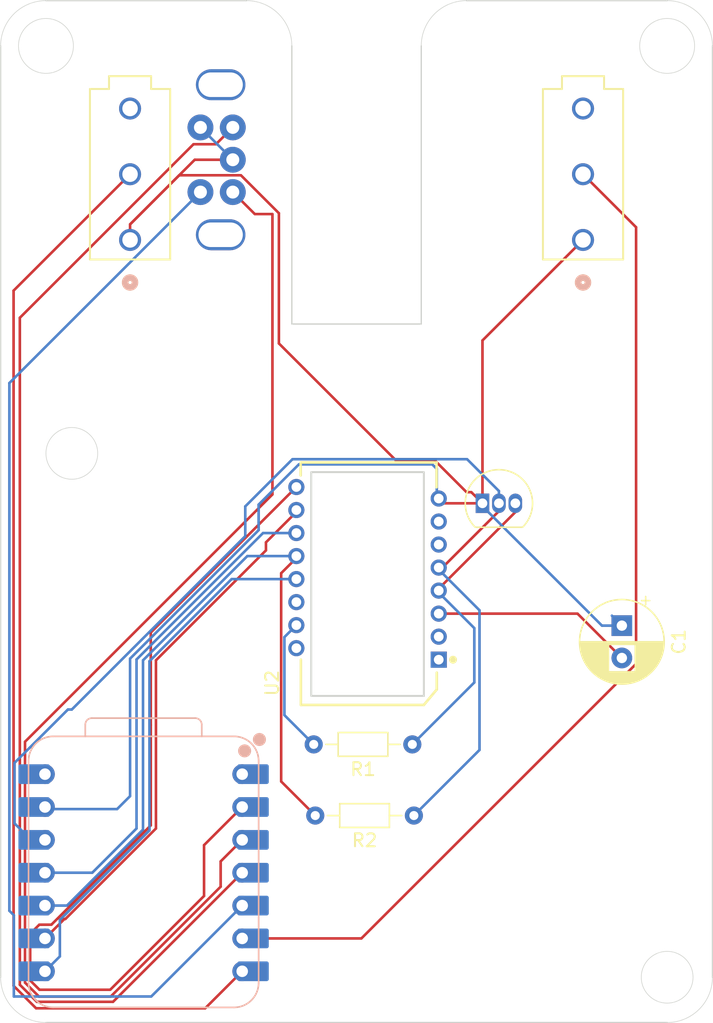
<source format=kicad_pcb>
(kicad_pcb (version 20240108) (generator "pcbnew") (generator_version "8.0")
  (layers (0 "F.Cu" signal) (31 "B.Cu" signal) (34 "B.Paste" user) (35 "F.Paste" user) (36 "B.SilkS" user "B.Silkscreen") (37 "F.SilkS" user "F.Silkscreen") (38 "B.Mask" user) (39 "F.Mask" user) (44 "Edge.Cuts" user))
  (net 0 "")
  (net 1 "MOSI")
  (net 2 "GND")
  (net 3 "CS")
  (net 4 "SCLK")
  (net 5 "ScrollB")
  (net 6 "RMB")
  (net 7 "MMB")
  (net 8 "MOTION")
  (net 9 "3v3")
  (net 10 "MISO")
  (net 11 "LMB")
  (net 12 "ScrollA")
  (net 15 "Net-(U2-LED_P)")
  (net 19 "Net-(U2-VDDPIX)")
  (net 20 "1v8")
  (footprint "mouselib:D2F-01L_OMR" (layer "F.Cu") (at 90 53.5 90)
    (property "Reference" "SW2" (hide yes))
    (property "Value" "D2F-01L" (hide yes))
    (fp_circle (center -3.2893 0) (end -2.9083 0) (stroke (width 0.508)) (fill none) (layer "B.SilkS"))
    (fp_line (start 11.6713 -3.0988) (end -1.5113 -3.0988) (stroke (width 0.1524)) (layer "F.SilkS"))
    (fp_line (start -1.5113 -3.0988) (end -1.5113 3.0988) (stroke (width 0.1524)) (layer "F.SilkS"))
    (fp_line (start 12.6619 -1.6256) (end 11.6713 -1.6256) (stroke (width 0.1524)) (layer "F.SilkS"))
    (fp_line (start 11.6713 -1.6256) (end 11.6713 -3.0988) (stroke (width 0.1524)) (layer "F.SilkS"))
    (fp_line (start 12.6619 1.6256) (end 12.6619 -1.6256) (stroke (width 0.1524)) (layer "F.SilkS"))
    (fp_line (start 11.6713 1.6256) (end 12.6619 1.6256) (stroke (width 0.1524)) (layer "F.SilkS"))
    (fp_line (start 11.6713 3.0988) (end 11.6713 1.6256) (stroke (width 0.1524)) (layer "F.SilkS"))
    (fp_line (start -1.5113 3.0988) (end 11.6713 3.0988) (stroke (width 0.1524)) (layer "F.SilkS"))
    (fp_circle (center -3.2893 0) (end -2.9083 0) (stroke (width 0.508)) (fill none) (layer "F.SilkS"))
    (pad "1" thru_hole circle (at 0 0 90) (size 1.7018 1.7018) (drill 1.1938) (layers "*.Cu" "*.Mask") (net 2 "GND"))
    (pad "2" thru_hole circle (at 5.08 0 90) (size 1.7018 1.7018) (drill 1.1938) (layers "*.Cu" "*.Mask") (net 6 "RMB"))
    (pad "3" thru_hole circle (at 10.16 0 90) (size 1.7018 1.7018) (drill 1.1938) (layers "*.Cu" "*.Mask"))
  )
  (footprint "Package_TO_SOT_THT:TO-92_Inline" (layer "F.Cu") (at 82.23 73.86)
    (property "Reference" "U3" (hide yes))
    (property "Value" "MCP1700x-180xxTO" (hide yes))
    (fp_line (start -0.53 1.85) (end 3.07 1.85) (stroke (width 0.12)) (layer "F.SilkS"))
    (fp_arc (start -0.568478 1.838478) (mid -1.132087 -0.994977) (end 1.27 -2.6) (stroke (width 0.12)) (layer "F.SilkS"))
    (fp_arc (start 1.27 -2.6) (mid 3.672087 -0.994977) (end 3.108478 1.838478) (stroke (width 0.12)) (layer "F.SilkS"))
    (pad "1" thru_hole rect (at 0 0) (size 1.05 1.5) (drill 0.75) (layers "*.Cu" "*.Mask") (net 2 "GND"))
    (pad "2" thru_hole oval (at 1.27 0) (size 1.05 1.5) (drill 0.75) (layers "*.Cu" "*.Mask") (net 9 "3v3"))
    (pad "3" thru_hole oval (at 2.54 0) (size 1.05 1.5) (drill 0.75) (layers "*.Cu" "*.Mask") (net 20 "1v8"))
  )
  (footprint "Resistor_THT:R_Axial_DIN0204_L3.6mm_D1.6mm_P7.62mm_Horizontal" (layer "F.Cu") (at 76.93 98 180)
    (property "Reference" "R2" (at 3.81 -1.92 0) (layer "F.SilkS"))
    (property "Value" "10k")
    (fp_line (start 6.68 0) (end 5.73 0) (stroke (width 0.12)) (layer "F.SilkS"))
    (fp_line (start 5.73 0.92) (end 5.73 -0.92) (stroke (width 0.12)) (layer "F.SilkS"))
    (fp_line (start 5.73 -0.92) (end 1.89 -0.92) (stroke (width 0.12)) (layer "F.SilkS"))
    (fp_line (start 1.89 0.92) (end 5.73 0.92) (stroke (width 0.12)) (layer "F.SilkS"))
    (fp_line (start 1.89 -0.92) (end 1.89 0.92) (stroke (width 0.12)) (layer "F.SilkS"))
    (fp_line (start 0.94 0) (end 1.89 0) (stroke (width 0.12)) (layer "F.SilkS"))
    (pad "1" thru_hole circle (at 0 0 180) (size 1.4 1.4) (drill 0.7) (layers "*.Cu" "*.Mask") (net 9 "3v3"))
    (pad "2" thru_hole oval (at 7.62 0 180) (size 1.4 1.4) (drill 0.7) (layers "*.Cu" "*.Mask") (net 10 "MISO"))
  )
  (footprint "mouselib:PMW3360DM-T2QU 16Pin" (layer "F.Cu") (at 73.35 79.782 90)
    (property "Reference" "U2" (at -7.9756 -7.366 90) (layer "F.SilkS"))
    (property "Value" "PMW3360DM-T2QU")
    (fp_line (start 9.0772 -5.166) (end 8.0772 -5.166) (stroke (width 0.2)) (layer "F.SilkS"))
    (fp_line (start 9.0772 -5.166) (end 9.0772 5.334) (stroke (width 0.2)) (layer "F.SilkS"))
    (fp_line (start -9.668 -5.15) (end -6.168 -5.15) (stroke (width 0.2)) (layer "F.SilkS"))
    (fp_line (start -9.668 4.35) (end -9.668 -5.15) (stroke (width 0.2)) (layer "F.SilkS"))
    (fp_line (start 9.0772 5.334) (end 7.1628 5.334) (stroke (width 0.2)) (layer "F.SilkS"))
    (fp_line (start -7.168 5.35) (end -8.468 5.35) (stroke (width 0.2)) (layer "F.SilkS"))
    (fp_line (start -8.468 5.35) (end -9.668 4.35) (stroke (width 0.2)) (layer "F.SilkS"))
    (fp_circle (center -6.168 6.604) (end -6.168 6.604) (stroke (width 0.61)) (fill solid) (layer "F.SilkS"))
    (fp_rect (start -8.968 4.35) (end 8.332 -4.35) (stroke (width 0.15)) (fill none) (layer "Edge.Cuts"))
    (pad "1" thru_hole rect (at -6.168 5.5 90) (size 1.25 1.25) (drill 0.75) (layers "*.Cu" "*.Mask"))
    (pad "2" thru_hole oval (at -4.388 5.5 90) (size 1.25 1.25) (drill 0.75) (layers "*.Cu" "*.Mask"))
    (pad "3" thru_hole oval (at -2.608 5.5 90) (size 1.25 1.25) (drill 0.75) (layers "*.Cu" "*.Mask") (net 19 "Net-(U2-VDDPIX)"))
    (pad "4" thru_hole oval (at -0.828 5.5 90) (size 1.25 1.25) (drill 0.75) (layers "*.Cu" "*.Mask") (net 20 "1v8"))
    (pad "5" thru_hole oval (at 0.952 5.5 90) (size 1.25 1.25) (drill 0.75) (layers "*.Cu" "*.Mask") (net 9 "3v3"))
    (pad "6" thru_hole oval (at 2.732 5.5 90) (size 1.25 1.25) (drill 0.75) (layers "*.Cu" "*.Mask"))
    (pad "7" thru_hole oval (at 4.512 5.5 90) (size 1.25 1.25) (drill 0.75) (layers "*.Cu" "*.Mask"))
    (pad "8" thru_hole oval (at 6.292 5.5 90) (size 1.25 1.25) (drill 0.75) (layers "*.Cu" "*.Mask") (net 2 "GND"))
    (pad "9" thru_hole oval (at 7.182 -5.5 90) (size 1.25 1.25) (drill 0.75) (layers "*.Cu" "*.Mask") (net 8 "MOTION"))
    (pad "10" thru_hole oval (at 5.402 -5.5 90) (size 1.25 1.25) (drill 0.75) (layers "*.Cu" "*.Mask") (net 4 "SCLK"))
    (pad "11" thru_hole oval (at 3.622 -5.5 90) (size 1.25 1.25) (drill 0.75) (layers "*.Cu" "*.Mask") (net 1 "MOSI"))
    (pad "12" thru_hole oval (at 1.842 -5.5 90) (size 1.25 1.25) (drill 0.75) (layers "*.Cu" "*.Mask") (net 10 "MISO"))
    (pad "13" thru_hole oval (at 0.062 -5.5 90) (size 1.25 1.25) (drill 0.75) (layers "*.Cu" "*.Mask") (net 3 "CS"))
    (pad "14" thru_hole oval (at -1.718 -5.5 90) (size 1.25 1.25) (drill 0.75) (layers "*.Cu" "*.Mask"))
    (pad "15" thru_hole oval (at -3.498 -5.5 90) (size 1.25 1.25) (drill 0.75) (layers "*.Cu" "*.Mask") (net 15 "Net-(U2-LED_P)"))
    (pad "16" thru_hole oval (at -5.278 -5.5 90) (size 1.25 1.25) (drill 0.75) (layers "*.Cu" "*.Mask"))
  )
  (footprint "mouselib:D2F-01L_OMR" (layer "F.Cu") (at 55 53.5 90)
    (property "Reference" "SW5" (hide yes))
    (property "Value" "D2F-01L" (hide yes))
    (fp_circle (center -3.2893 0) (end -2.9083 0) (stroke (width 0.508)) (fill none) (layer "B.SilkS"))
    (fp_line (start 11.6713 -3.0988) (end -1.5113 -3.0988) (stroke (width 0.1524)) (layer "F.SilkS"))
    (fp_line (start -1.5113 -3.0988) (end -1.5113 3.0988) (stroke (width 0.1524)) (layer "F.SilkS"))
    (fp_line (start 12.6619 -1.6256) (end 11.6713 -1.6256) (stroke (width 0.1524)) (layer "F.SilkS"))
    (fp_line (start 11.6713 -1.6256) (end 11.6713 -3.0988) (stroke (width 0.1524)) (layer "F.SilkS"))
    (fp_line (start 12.6619 1.6256) (end 12.6619 -1.6256) (stroke (width 0.1524)) (layer "F.SilkS"))
    (fp_line (start 11.6713 1.6256) (end 12.6619 1.6256) (stroke (width 0.1524)) (layer "F.SilkS"))
    (fp_line (start 11.6713 3.0988) (end 11.6713 1.6256) (stroke (width 0.1524)) (layer "F.SilkS"))
    (fp_line (start -1.5113 3.0988) (end 11.6713 3.0988) (stroke (width 0.1524)) (layer "F.SilkS"))
    (fp_circle (center -3.2893 0) (end -2.9083 0) (stroke (width 0.508)) (fill none) (layer "F.SilkS"))
    (pad "1" thru_hole circle (at 0 0 90) (size 1.7018 1.7018) (drill 1.1938) (layers "*.Cu" "*.Mask") (net 2 "GND"))
    (pad "2" thru_hole circle (at 5.08 0 90) (size 1.7018 1.7018) (drill 1.1938) (layers "*.Cu" "*.Mask") (net 11 "LMB"))
    (pad "3" thru_hole circle (at 10.16 0 90) (size 1.7018 1.7018) (drill 1.1938) (layers "*.Cu" "*.Mask"))
  )
  (footprint "Capacitor_THT:CP_Radial_D6.3mm_P2.50mm" (layer "F.Cu") (at 93 83.317621 -90)
    (property "Reference" "C1" (at 1.25 -4.4 90) (layer "F.SilkS"))
    (property "Value" "4.7u" (hide yes))
    (fp_line (start 1.49 1.04) (end 1.49 3.222) (stroke (width 0.12)) (layer "F.SilkS"))
    (fp_line (start 1.53 1.04) (end 1.53 3.218) (stroke (width 0.12)) (layer "F.SilkS"))
    (fp_line (start 1.57 1.04) (end 1.57 3.215) (stroke (width 0.12)) (layer "F.SilkS"))
    (fp_line (start 1.61 1.04) (end 1.61 3.211) (stroke (width 0.12)) (layer "F.SilkS"))
    (fp_line (start 1.65 1.04) (end 1.65 3.206) (stroke (width 0.12)) (layer "F.SilkS"))
    (fp_line (start 1.69 1.04) (end 1.69 3.201) (stroke (width 0.12)) (layer "F.SilkS"))
    (fp_line (start 1.73 1.04) (end 1.73 3.195) (stroke (width 0.12)) (layer "F.SilkS"))
    (fp_line (start 1.77 1.04) (end 1.77 3.189) (stroke (width 0.12)) (layer "F.SilkS"))
    (fp_line (start 1.81 1.04) (end 1.81 3.182) (stroke (width 0.12)) (layer "F.SilkS"))
    (fp_line (start 1.85 1.04) (end 1.85 3.175) (stroke (width 0.12)) (layer "F.SilkS"))
    (fp_line (start 1.89 1.04) (end 1.89 3.167) (stroke (width 0.12)) (layer "F.SilkS"))
    (fp_line (start 1.93 1.04) (end 1.93 3.159) (stroke (width 0.12)) (layer "F.SilkS"))
    (fp_line (start 1.971 1.04) (end 1.971 3.15) (stroke (width 0.12)) (layer "F.SilkS"))
    (fp_line (start 2.011 1.04) (end 2.011 3.141) (stroke (width 0.12)) (layer "F.SilkS"))
    (fp_line (start 2.051 1.04) (end 2.051 3.131) (stroke (width 0.12)) (layer "F.SilkS"))
    (fp_line (start 2.091 1.04) (end 2.091 3.121) (stroke (width 0.12)) (layer "F.SilkS"))
    (fp_line (start 2.131 1.04) (end 2.131 3.11) (stroke (width 0.12)) (layer "F.SilkS"))
    (fp_line (start 2.171 1.04) (end 2.171 3.098) (stroke (width 0.12)) (layer "F.SilkS"))
    (fp_line (start 2.211 1.04) (end 2.211 3.086) (stroke (width 0.12)) (layer "F.SilkS"))
    (fp_line (start 2.251 1.04) (end 2.251 3.074) (stroke (width 0.12)) (layer "F.SilkS"))
    (fp_line (start 2.291 1.04) (end 2.291 3.061) (stroke (width 0.12)) (layer "F.SilkS"))
    (fp_line (start 2.331 1.04) (end 2.331 3.047) (stroke (width 0.12)) (layer "F.SilkS"))
    (fp_line (start 2.371 1.04) (end 2.371 3.033) (stroke (width 0.12)) (layer "F.SilkS"))
    (fp_line (start 2.411 1.04) (end 2.411 3.018) (stroke (width 0.12)) (layer "F.SilkS"))
    (fp_line (start 2.451 1.04) (end 2.451 3.002) (stroke (width 0.12)) (layer "F.SilkS"))
    (fp_line (start 2.491 1.04) (end 2.491 2.986) (stroke (width 0.12)) (layer "F.SilkS"))
    (fp_line (start 2.531 1.04) (end 2.531 2.97) (stroke (width 0.12)) (layer "F.SilkS"))
    (fp_line (start 2.571 1.04) (end 2.571 2.952) (stroke (width 0.12)) (layer "F.SilkS"))
    (fp_line (start 2.611 1.04) (end 2.611 2.934) (stroke (width 0.12)) (layer "F.SilkS"))
    (fp_line (start 2.651 1.04) (end 2.651 2.916) (stroke (width 0.12)) (layer "F.SilkS"))
    (fp_line (start 2.691 1.04) (end 2.691 2.896) (stroke (width 0.12)) (layer "F.SilkS"))
    (fp_line (start 2.731 1.04) (end 2.731 2.876) (stroke (width 0.12)) (layer "F.SilkS"))
    (fp_line (start 2.771 1.04) (end 2.771 2.856) (stroke (width 0.12)) (layer "F.SilkS"))
    (fp_line (start 2.811 1.04) (end 2.811 2.834) (stroke (width 0.12)) (layer "F.SilkS"))
    (fp_line (start 2.851 1.04) (end 2.851 2.812) (stroke (width 0.12)) (layer "F.SilkS"))
    (fp_line (start 2.891 1.04) (end 2.891 2.79) (stroke (width 0.12)) (layer "F.SilkS"))
    (fp_line (start 2.931 1.04) (end 2.931 2.766) (stroke (width 0.12)) (layer "F.SilkS"))
    (fp_line (start 2.971 1.04) (end 2.971 2.742) (stroke (width 0.12)) (layer "F.SilkS"))
    (fp_line (start 3.011 1.04) (end 3.011 2.716) (stroke (width 0.12)) (layer "F.SilkS"))
    (fp_line (start 3.051 1.04) (end 3.051 2.69) (stroke (width 0.12)) (layer "F.SilkS"))
    (fp_line (start 3.091 1.04) (end 3.091 2.664) (stroke (width 0.12)) (layer "F.SilkS"))
    (fp_line (start 3.131 1.04) (end 3.131 2.636) (stroke (width 0.12)) (layer "F.SilkS"))
    (fp_line (start 3.171 1.04) (end 3.171 2.607) (stroke (width 0.12)) (layer "F.SilkS"))
    (fp_line (start 3.211 1.04) (end 3.211 2.578) (stroke (width 0.12)) (layer "F.SilkS"))
    (fp_line (start 3.251 1.04) (end 3.251 2.548) (stroke (width 0.12)) (layer "F.SilkS"))
    (fp_line (start 3.291 1.04) (end 3.291 2.516) (stroke (width 0.12)) (layer "F.SilkS"))
    (fp_line (start 3.331 1.04) (end 3.331 2.484) (stroke (width 0.12)) (layer "F.SilkS"))
    (fp_line (start 3.371 1.04) (end 3.371 2.45) (stroke (width 0.12)) (layer "F.SilkS"))
    (fp_line (start 3.411 1.04) (end 3.411 2.416) (stroke (width 0.12)) (layer "F.SilkS"))
    (fp_line (start 3.451 1.04) (end 3.451 2.38) (stroke (width 0.12)) (layer "F.SilkS"))
    (fp_line (start 3.491 1.04) (end 3.491 2.343) (stroke (width 0.12)) (layer "F.SilkS"))
    (fp_line (start 3.531 1.04) (end 3.531 2.305) (stroke (width 0.12)) (layer "F.SilkS"))
    (fp_line (start 4.491 -0.402) (end 4.491 0.402) (stroke (width 0.12)) (layer "F.SilkS"))
    (fp_line (start 4.451 -0.633) (end 4.451 0.633) (stroke (width 0.12)) (layer "F.SilkS"))
    (fp_line (start 4.411 -0.802) (end 4.411 0.802) (stroke (width 0.12)) (layer "F.SilkS"))
    (fp_line (start 4.371 -0.94) (end 4.371 0.94) (stroke (width 0.12)) (layer "F.SilkS"))
    (fp_line (start 4.331 -1.059) (end 4.331 1.059) (stroke (width 0.12)) (layer "F.SilkS"))
    (fp_line (start 4.291 -1.165) (end 4.291 1.165) (stroke (width 0.12)) (layer "F.SilkS"))
    (fp_line (start 4.251 -1.262) (end 4.251 1.262) (stroke (width 0.12)) (layer "F.SilkS"))
    (fp_line (start 4.211 -1.35) (end 4.211 1.35) (stroke (width 0.12)) (layer "F.SilkS"))
    (fp_line (start 4.171 -1.432) (end 4.171 1.432) (stroke (width 0.12)) (layer "F.SilkS"))
    (fp_line (start 4.131 -1.509) (end 4.131 1.509) (stroke (width 0.12)) (layer "F.SilkS"))
    (fp_line (start 4.091 -1.581) (end 4.091 1.581) (stroke (width 0.12)) (layer "F.SilkS"))
    (fp_line (start 4.051 -1.65) (end 4.051 1.65) (stroke (width 0.12)) (layer "F.SilkS"))
    (fp_line (start 4.011 -1.714) (end 4.011 1.714) (stroke (width 0.12)) (layer "F.SilkS"))
    (fp_line (start 3.971 -1.776) (end 3.971 1.776) (stroke (width 0.12)) (layer "F.SilkS"))
    (fp_line (start 3.931 -1.834) (end 3.931 1.834) (stroke (width 0.12)) (layer "F.SilkS"))
    (fp_line (start -2.250241 -1.839) (end -1.620241 -1.839) (stroke (width 0.12)) (layer "F.SilkS"))
    (fp_line (start 3.891 -1.89) (end 3.891 1.89) (stroke (width 0.12)) (layer "F.SilkS"))
    (fp_line (start 3.851 -1.944) (end 3.851 1.944) (stroke (width 0.12)) (layer "F.SilkS"))
    (fp_line (start 3.811 -1.995) (end 3.811 1.995) (stroke (width 0.12)) (layer "F.SilkS"))
    (fp_line (start 3.771 -2.044) (end 3.771 2.044) (stroke (width 0.12)) (layer "F.SilkS"))
    (fp_line (start 3.731 -2.092) (end 3.731 2.092) (stroke (width 0.12)) (layer "F.SilkS"))
    (fp_line (start 3.691 -2.137) (end 3.691 2.137) (stroke (width 0.12)) (layer "F.SilkS"))
    (fp_line (start -1.935241 -2.154) (end -1.935241 -1.524) (stroke (width 0.12)) (layer "F.SilkS"))
    (fp_line (start 3.651 -2.182) (end 3.651 2.182) (stroke (width 0.12)) (layer "F.SilkS"))
    (fp_line (start 3.611 -2.224) (end 3.611 2.224) (stroke (width 0.12)) (layer "F.SilkS"))
    (fp_line (start 3.571 -2.265) (end 3.571 2.265) (stroke (width 0.12)) (layer "F.SilkS"))
    (fp_line (start 3.531 -2.305) (end 3.531 -1.04) (stroke (width 0.12)) (layer "F.SilkS"))
    (fp_line (start 3.491 -2.343) (end 3.491 -1.04) (stroke (width 0.12)) (layer "F.SilkS"))
    (fp_line (start 3.451 -2.38) (end 3.451 -1.04) (stroke (width 0.12)) (layer "F.SilkS"))
    (fp_line (start 3.411 -2.416) (end 3.411 -1.04) (stroke (width 0.12)) (layer "F.SilkS"))
    (fp_line (start 3.371 -2.45) (end 3.371 -1.04) (stroke (width 0.12)) (layer "F.SilkS"))
    (fp_line (start 3.331 -2.484) (end 3.331 -1.04) (stroke (width 0.12)) (layer "F.SilkS"))
    (fp_line (start 3.291 -2.516) (end 3.291 -1.04) (stroke (width 0.12)) (layer "F.SilkS"))
    (fp_line (start 3.251 -2.548) (end 3.251 -1.04) (stroke (width 0.12)) (layer "F.SilkS"))
    (fp_line (start 3.211 -2.578) (end 3.211 -1.04) (stroke (width 0.12)) (layer "F.SilkS"))
    (fp_line (start 3.171 -2.607) (end 3.171 -1.04) (stroke (width 0.12)) (layer "F.SilkS"))
    (fp_line (start 3.131 -2.636) (end 3.131 -1.04) (stroke (width 0.12)) (layer "F.SilkS"))
    (fp_line (start 3.091 -2.664) (end 3.091 -1.04) (stroke (width 0.12)) (layer "F.SilkS"))
    (fp_line (start 3.051 -2.69) (end 3.051 -1.04) (stroke (width 0.12)) (layer "F.SilkS"))
    (fp_line (start 3.011 -2.716) (end 3.011 -1.04) (stroke (width 0.12)) (layer "F.SilkS"))
    (fp_line (start 2.971 -2.742) (end 2.971 -1.04) (stroke (width 0.12)) (layer "F.SilkS"))
    (fp_line (start 2.931 -2.766) (end 2.931 -1.04) (stroke (width 0.12)) (layer "F.SilkS"))
    (fp_line (start 2.891 -2.79) (end 2.891 -1.04) (stroke (width 0.12)) (layer "F.SilkS"))
    (fp_line (start 2.851 -2.812) (end 2.851 -1.04) (stroke (width 0.12)) (layer "F.SilkS"))
    (fp_line (start 2.811 -2.834) (end 2.811 -1.04) (stroke (width 0.12)) (layer "F.SilkS"))
    (fp_line (start 2.771 -2.856) (end 2.771 -1.04) (stroke (width 0.12)) (layer "F.SilkS"))
    (fp_line (start 2.731 -2.876) (end 2.731 -1.04) (stroke (width 0.12)) (layer "F.SilkS"))
    (fp_line (start 2.691 -2.896) (end 2.691 -1.04) (stroke (width 0.12)) (layer "F.SilkS"))
    (fp_line (start 2.651 -2.916) (end 2.651 -1.04) (stroke (width 0.12)) (layer "F.SilkS"))
    (fp_line (start 2.611 -2.934) (end 2.611 -1.04) (stroke (width 0.12)) (layer "F.SilkS"))
    (fp_line (start 2.571 -2.952) (end 2.571 -1.04) (stroke (width 0.12)) (layer "F.SilkS"))
    (fp_line (start 2.531 -2.97) (end 2.531 -1.04) (stroke (width 0.12)) (layer "F.SilkS"))
    (fp_line (start 2.491 -2.986) (end 2.491 -1.04) (stroke (width 0.12)) (layer "F.SilkS"))
    (fp_line (start 2.451 -3.002) (end 2.451 -1.04) (stroke (width 0.12)) (layer "F.SilkS"))
    (fp_line (start 2.411 -3.018) (end 2.411 -1.04) (stroke (width 0.12)) (layer "F.SilkS"))
    (fp_line (start 2.371 -3.033) (end 2.371 -1.04) (stroke (width 0.12)) (layer "F.SilkS"))
    (fp_line (start 2.331 -3.047) (end 2.331 -1.04) (stroke (width 0.12)) (layer "F.SilkS"))
    (fp_line (start 2.291 -3.061) (end 2.291 -1.04) (stroke (width 0.12)) (layer "F.SilkS"))
    (fp_line (start 2.251 -3.074) (end 2.251 -1.04) (stroke (width 0.12)) (layer "F.SilkS"))
    (fp_line (start 2.211 -3.086) (end 2.211 -1.04) (stroke (width 0.12)) (layer "F.SilkS"))
    (fp_line (start 2.171 -3.098) (end 2.171 -1.04) (stroke (width 0.12)) (layer "F.SilkS"))
    (fp_line (start 2.131 -3.11) (end 2.131 -1.04) (stroke (width 0.12)) (layer "F.SilkS"))
    (fp_line (start 2.091 -3.121) (end 2.091 -1.04) (stroke (width 0.12)) (layer "F.SilkS"))
    (fp_line (start 2.051 -3.131) (end 2.051 -1.04) (stroke (width 0.12)) (layer "F.SilkS"))
    (fp_line (start 2.011 -3.141) (end 2.011 -1.04) (stroke (width 0.12)) (layer "F.SilkS"))
    (fp_line (start 1.971 -3.15) (end 1.971 -1.04) (stroke (width 0.12)) (layer "F.SilkS"))
    (fp_line (start 1.93 -3.159) (end 1.93 -1.04) (stroke (width 0.12)) (layer "F.SilkS"))
    (fp_line (start 1.89 -3.167) (end 1.89 -1.04) (stroke (width 0.12)) (layer "F.SilkS"))
    (fp_line (start 1.85 -3.175) (end 1.85 -1.04) (stroke (width 0.12)) (layer "F.SilkS"))
    (fp_line (start 1.81 -3.182) (end 1.81 -1.04) (stroke (width 0.12)) (layer "F.SilkS"))
    (fp_line (start 1.77 -3.189) (end 1.77 -1.04) (stroke (width 0.12)) (layer "F.SilkS"))
    (fp_line (start 1.73 -3.195) (end 1.73 -1.04) (stroke (width 0.12)) (layer "F.SilkS"))
    (fp_line (start 1.69 -3.201) (end 1.69 -1.04) (stroke (width 0.12)) (layer "F.SilkS"))
    (fp_line (start 1.65 -3.206) (end 1.65 -1.04) (stroke (width 0.12)) (layer "F.SilkS"))
    (fp_line (start 1.61 -3.211) (end 1.61 -1.04) (stroke (width 0.12)) (layer "F.SilkS"))
    (fp_line (start 1.57 -3.215) (end 1.57 -1.04) (stroke (width 0.12)) (layer "F.SilkS"))
    (fp_line (start 1.53 -3.218) (end 1.53 -1.04) (stroke (width 0.12)) (layer "F.SilkS"))
    (fp_line (start 1.49 -3.222) (end 1.49 -1.04) (stroke (width 0.12)) (layer "F.SilkS"))
    (fp_line (start 1.45 -3.224) (end 1.45 3.224) (stroke (width 0.12)) (layer "F.SilkS"))
    (fp_line (start 1.41 -3.227) (end 1.41 3.227) (stroke (width 0.12)) (layer "F.SilkS"))
    (fp_line (start 1.37 -3.228) (end 1.37 3.228) (stroke (width 0.12)) (layer "F.SilkS"))
    (fp_line (start 1.25 -3.23) (end 1.25 3.23) (stroke (width 0.12)) (layer "F.SilkS"))
    (fp_line (start 1.29 -3.23) (end 1.29 3.23) (stroke (width 0.12)) (layer "F.SilkS"))
    (fp_line (start 1.33 -3.23) (end 1.33 3.23) (stroke (width 0.12)) (layer "F.SilkS"))
    (fp_circle (center 1.25 0) (end 4.52 0) (stroke (width 0.12)) (fill none) (layer "F.SilkS"))
    (pad "1" thru_hole rect (at 0 0 270) (size 1.6 1.6) (drill 0.8) (layers "*.Cu" "*.Mask") (net 2 "GND"))
    (pad "2" thru_hole circle (at 2.5 0 270) (size 1.6 1.6) (drill 0.8) (layers "*.Cu" "*.Mask") (net 19 "Net-(U2-VDDPIX)"))
  )
  (footprint "Resistor_THT:R_Axial_DIN0204_L3.6mm_D1.6mm_P7.62mm_Horizontal" (layer "F.Cu") (at 76.81 92.5 180)
    (property "Reference" "R1" (at 3.81 -1.92 0) (layer "F.SilkS"))
    (property "Value" "39")
    (fp_line (start 6.68 0) (end 5.73 0) (stroke (width 0.12)) (layer "F.SilkS"))
    (fp_line (start 5.73 0.92) (end 5.73 -0.92) (stroke (width 0.12)) (layer "F.SilkS"))
    (fp_line (start 5.73 -0.92) (end 1.89 -0.92) (stroke (width 0.12)) (layer "F.SilkS"))
    (fp_line (start 1.89 0.92) (end 5.73 0.92) (stroke (width 0.12)) (layer "F.SilkS"))
    (fp_line (start 1.89 -0.92) (end 1.89 0.92) (stroke (width 0.12)) (layer "F.SilkS"))
    (fp_line (start 0.94 0) (end 1.89 0) (stroke (width 0.12)) (layer "F.SilkS"))
    (pad "1" thru_hole circle (at 0 0 180) (size 1.4 1.4) (drill 0.7) (layers "*.Cu" "*.Mask") (net 20 "1v8"))
    (pad "2" thru_hole oval (at 7.62 0 180) (size 1.4 1.4) (drill 0.7) (layers "*.Cu" "*.Mask") (net 15 "Net-(U2-LED_P)"))
  )
  (footprint "jhggjhgjjhgjghgjhgjhjhgghjgjh:RotaryEncoder_EC11B-Horizontal-Dual" (layer "F.Cu") (at 61.6875 47.3 90)
    (property "Reference" "SW1" (hide yes))
    (property "Value" "RotaryEncoder_Switch" (hide yes))
    (pad "" thru_hole oval (at -5.8 0.3125 90) (size 2.4 3.825) (drill oval 1.9 3.425) (layers "*.Cu" "*.Mask"))
    (pad "" thru_hole oval (at 5.8 0.3125 90) (size 2.4 3.825) (drill oval 1.9 3.425) (layers "*.Cu" "*.Mask"))
    (pad "A" thru_hole circle (at -2.5 1.25 90) (size 2 2) (drill 1) (layers "*.Cu" "*.Mask") (net 12 "ScrollA"))
    (pad "B" thru_hole circle (at 2.5 1.25 90) (size 2 2) (drill 1) (layers "*.Cu" "*.Mask") (net 5 "ScrollB"))
    (pad "C" thru_hole circle (at 0 1.25 90) (size 2 2) (drill 1) (layers "*.Cu" "*.Mask") (net 2 "GND"))
    (pad "S1" thru_hole circle (at -2.5 -1.25 90) (size 2 2) (drill 1) (layers "*.Cu" "*.Mask") (net 7 "MMB"))
    (pad "S2" thru_hole circle (at 2.5 -1.25 90) (size 2 2) (drill 1) (layers "*.Cu" "*.Mask") (net 2 "GND"))
  )
  (footprint "mouselib:XIAO-RP2040-DIP" (layer "B.Cu") (at 56.045 102.42 180)
    (property "Reference" "U1" (hide yes))
    (property "Value" "XIAO-RP2040-DIP" (hide yes))
    (fp_line (start 8.89 8.636) (end 8.89 -8.509) (stroke (width 0.127)) (layer "B.SilkS"))
    (fp_line (start 6.985 -10.414) (end -6.985 -10.414) (stroke (width 0.127)) (layer "B.SilkS"))
    (fp_line (start 4.504 10.541) (end 4.504 11.451) (stroke (width 0.127)) (layer "B.SilkS"))
    (fp_line (start 4.004 11.951) (end -3.991272 11.951) (stroke (width 0.127)) (layer "B.SilkS"))
    (fp_line (start -4.491272 11.451272) (end -4.495 10.541) (stroke (width 0.127)) (layer "B.SilkS"))
    (fp_line (start -6.985 10.541) (end 6.985 10.541) (stroke (width 0.1)) (layer "B.SilkS"))
    (fp_line (start -6.985 10.541) (end 6.985 10.541) (stroke (width 0.127)) (layer "B.SilkS"))
    (fp_line (start -8.89 8.636) (end -8.89 -8.509) (stroke (width 0.127)) (layer "B.SilkS"))
    (fp_arc (start 8.89 8.636) (mid 8.332038 9.983038) (end 6.985 10.541) (stroke (width 0.127)) (layer "B.SilkS"))
    (fp_arc (start 6.985 -10.414) (mid 8.332038 -9.856038) (end 8.89 -8.509) (stroke (width 0.127)) (layer "B.SilkS"))
    (fp_arc (start 4.504 11.451) (mid 4.357553 11.804553) (end 4.004 11.951) (stroke (width 0.127)) (layer "B.SilkS"))
    (fp_arc (start -3.991272 11.951) (mid -4.344724 11.804644) (end -4.491272 11.451272) (stroke (width 0.127)) (layer "B.SilkS"))
    (fp_arc (start -6.985 10.541) (mid -8.332038 9.983038) (end -8.89 8.636) (stroke (width 0.127)) (layer "B.SilkS"))
    (fp_arc (start -8.89 -8.509) (mid -8.332038 -9.856038) (end -6.985 -10.414) (stroke (width 0.127)) (layer "B.SilkS"))
    (fp_circle (center -7.807 9.42) (end -7.807 9.674) (stroke (width 0.5)) (fill solid) (layer "B.SilkS"))
    (fp_circle (center -8.95 10.3) (end -8.95 10.554) (stroke (width 0.5)) (fill solid) (layer "B.SilkS"))
    (pad "1" smd roundrect (at -8.455 7.62) (size 2.432 1.524) (layers "B.Cu" "B.Mask") (roundrect_rratio 0.1))
    (pad "1" thru_hole circle (at -7.62 7.62) (size 1.524 1.524) (drill 0.889) (layers "*.Cu" "*.Mask"))
    (pad "2" smd roundrect (at -8.455 5.08) (size 2.432 1.524) (layers "B.Cu" "B.Mask") (roundrect_rratio 0.1) (net 8 "MOTION"))
    (pad "2" thru_hole circle (at -7.62 5.08) (size 1.524 1.524) (drill 0.889) (layers "*.Cu" "*.Mask") (net 8 "MOTION"))
    (pad "3" smd roundrect (at -8.455 2.54) (size 2.432 1.524) (layers "B.Cu" "B.Mask") (roundrect_rratio 0.1) (net 12 "ScrollA"))
    (pad "3" thru_hole circle (at -7.62 2.54) (size 1.524 1.524) (drill 0.889) (layers "*.Cu" "*.Mask") (net 12 "ScrollA"))
    (pad "4" smd roundrect (at -8.455 0) (size 2.432 1.524) (layers "B.Cu" "B.Mask") (roundrect_rratio 0.1) (net 5 "ScrollB"))
    (pad "4" thru_hole circle (at -7.62 0) (size 1.524 1.524) (drill 0.889) (layers "*.Cu" "*.Mask") (net 5 "ScrollB"))
    (pad "5" smd roundrect (at -8.455 -2.54) (size 2.432 1.524) (layers "B.Cu" "B.Mask") (roundrect_rratio 0.1) (net 7 "MMB"))
    (pad "5" thru_hole circle (at -7.62 -2.54) (size 1.524 1.524) (drill 0.889) (layers "*.Cu" "*.Mask") (net 7 "MMB"))
    (pad "6" smd roundrect (at -8.455 -5.08) (size 2.432 1.524) (layers "B.Cu" "B.Mask") (roundrect_rratio 0.1) (net 6 "RMB"))
    (pad "6" thru_hole circle (at -7.62 -5.08) (size 1.524 1.524) (drill 0.889) (layers "*.Cu" "*.Mask") (net 6 "RMB"))
    (pad "7" smd roundrect (at -8.455 -7.62) (size 2.432 1.524) (layers "B.Cu" "B.Mask") (roundrect_rratio 0.1) (net 11 "LMB"))
    (pad "7" thru_hole circle (at -7.62 -7.62) (size 1.524 1.524) (drill 0.889) (layers "*.Cu" "*.Mask") (net 11 "LMB"))
    (pad "8" thru_hole circle (at 7.62 -7.62 180) (size 1.524 1.524) (drill 0.889) (layers "*.Cu" "*.Mask") (net 3 "CS"))
    (pad "8" smd roundrect (at 8.455 -7.62 180) (size 2.432 1.524) (layers "B.Cu" "B.Mask") (roundrect_rratio 0.1) (net 3 "CS"))
    (pad "9" thru_hole circle (at 7.62 -5.08 180) (size 1.524 1.524) (drill 0.889) (layers "*.Cu" "*.Mask") (net 4 "SCLK"))
    (pad "9" smd roundrect (at 8.455 -5.08 180) (size 2.432 1.524) (layers "B.Cu" "B.Mask") (roundrect_rratio 0.1) (net 4 "SCLK"))
    (pad "10" thru_hole circle (at 7.62 -2.54 180) (size 1.524 1.524) (drill 0.889) (layers "*.Cu" "*.Mask") (net 10 "MISO"))
    (pad "10" smd roundrect (at 8.455 -2.54 180) (size 2.432 1.524) (layers "B.Cu" "B.Mask") (roundrect_rratio 0.1) (net 10 "MISO"))
    (pad "11" thru_hole circle (at 7.62 0 180) (size 1.524 1.524) (drill 0.889) (layers "*.Cu" "*.Mask") (net 1 "MOSI"))
    (pad "11" smd roundrect (at 8.455 0 180) (size 2.432 1.524) (layers "B.Cu" "B.Mask") (roundrect_rratio 0.1) (net 1 "MOSI"))
    (pad "12" thru_hole circle (at 7.62 2.54 180) (size 1.524 1.524) (drill 0.889) (layers "*.Cu" "*.Mask") (net 9 "3v3"))
    (pad "12" smd roundrect (at 8.455 2.54 180) (size 2.432 1.524) (layers "B.Cu" "B.Mask") (roundrect_rratio 0.1) (net 9 "3v3"))
    (pad "13" thru_hole circle (at 7.62 5.08 180) (size 1.524 1.524) (drill 0.889) (layers "*.Cu" "*.Mask") (net 2 "GND"))
    (pad "13" smd roundrect (at 8.455 5.08 180) (size 2.432 1.524) (layers "B.Cu" "B.Mask") (roundrect_rratio 0.1) (net 2 "GND"))
    (pad "14" thru_hole circle (at 7.62 7.62 180) (size 1.524 1.524) (drill 0.889) (layers "*.Cu" "*.Mask"))
    (pad "14" smd roundrect (at 8.455 7.62 180) (size 2.432 1.524) (layers "B.Cu" "B.Mask") (roundrect_rratio 0.1))
  )
  (gr_line (start 48.5 35) (end 64 35) (stroke (width 0.1)) (layer "Edge.Cuts"))
  (gr_line (start 67.5 38.5) (end 67.5 60) (stroke (width 0.1)) (layer "Edge.Cuts"))
  (gr_circle (center 96.5 110.5) (end 96.5 108.5) (stroke (width 0.05)) (fill none) (layer "Edge.Cuts"))
  (gr_line (start 45 110.5) (end 45 38.5) (stroke (width 0.1)) (layer "Edge.Cuts"))
  (gr_arc (start 48.5 114) (mid 46.025126 112.974874) (end 45 110.5) (stroke (width 0.05)) (layer "Edge.Cuts"))
  (gr_line (start 77.5 60) (end 77.5 38.5) (stroke (width 0.1)) (layer "Edge.Cuts"))
  (gr_line (start 100 38.5) (end 100 110.5) (stroke (width 0.1)) (layer "Edge.Cuts"))
  (gr_arc (start 45 38.5) (mid 46.025126 36.025126) (end 48.5 35) (stroke (width 0.05)) (layer "Edge.Cuts"))
  (gr_arc (start 96.5 35) (mid 98.974874 36.025126) (end 100 38.5) (stroke (width 0.05)) (layer "Edge.Cuts"))
  (gr_arc (start 64 35) (mid 66.474874 36.025126) (end 67.5 38.5) (stroke (width 0.05)) (layer "Edge.Cuts"))
  (gr_line (start 81 35) (end 96.5 35) (stroke (width 0.1)) (layer "Edge.Cuts"))
  (gr_circle (center 48.5 38.5) (end 47 40) (stroke (width 0.05)) (fill none) (layer "Edge.Cuts"))
  (gr_arc (start 100 110.5) (mid 98.974874 112.974874) (end 96.5 114) (stroke (width 0.05)) (layer "Edge.Cuts"))
  (gr_line (start 67.5 60) (end 77.5 60) (stroke (width 0.1)) (layer "Edge.Cuts"))
  (gr_line (start 96.5 114) (end 48.5 114) (stroke (width 0.1)) (layer "Edge.Cuts"))
  (gr_circle (center 96.5 38.5) (end 98 40) (stroke (width 0.05)) (fill none) (layer "Edge.Cuts"))
  (gr_arc (start 77.5 38.5) (mid 78.525126 36.025126) (end 81 35) (stroke (width 0.05)) (layer "Edge.Cuts"))
  (gr_circle (center 50.5 70) (end 50.5 72) (stroke (width 0.05)) (fill none) (layer "Edge.Cuts"))
  (segment (start 48.425 102.42) (end 52.08 102.42) (width 0.2) (layer "B.Cu") (net 1))
  (segment (start 55.5 99) (end 55.5 85.934314) (width 0.2) (layer "B.Cu") (net 1))
  (segment (start 52.08 102.42) (end 55.5 99) (width 0.2) (layer "B.Cu") (net 1))
  (segment (start 65.274314 76.16) (end 68 76.16) (width 0.2) (layer "B.Cu") (net 1))
  (segment (start 55.5 85.934314) (end 65.274314 76.16) (width 0.2) (layer "B.Cu") (net 1))
  (segment (start 78.7 73.7) (end 78.86 73.86) (width 0.2) (layer "F.Cu") (net 2))
  (segment (start 66.5 51.434315) (end 66.5 61.5) (width 0.2) (layer "F.Cu") (net 2))
  (segment (start 55 52.296646) (end 59.996646 47.3) (width 0.2) (layer "F.Cu") (net 2))
  (segment (start 63.565685 48.5) (end 66.5 51.434315) (width 0.2) (layer "F.Cu") (net 2))
  (segment (start 90 53.5) (end 82.23 61.27) (width 0.2) (layer "F.Cu") (net 2))
  (segment (start 81 73) (end 81.37 73) (width 0.2) (layer "F.Cu") (net 2))
  (segment (start 78.86 73.86) (end 82.23 73.86) (width 0.2) (layer "F.Cu") (net 2))
  (segment (start 55 53.5) (end 55 52.296646) (width 0.2) (layer "F.Cu") (net 2))
  (segment (start 78.7 73.49) (end 78.7 73.7) (width 0.2) (layer "F.Cu") (net 2))
  (segment (start 81.37 73) (end 82.23 73.86) (width 0.2) (layer "F.Cu") (net 2))
  (segment (start 58.796646 48.5) (end 63.565685 48.5) (width 0.2) (layer "F.Cu") (net 2))
  (segment (start 66.5 61.5) (end 75.5 70.5) (width 0.2) (layer "F.Cu") (net 2))
  (segment (start 82.23 61.27) (end 82.23 73.86) (width 0.2) (layer "F.Cu") (net 2))
  (segment (start 59.996646 47.3) (end 62.9375 47.3) (width 0.2) (layer "F.Cu") (net 2))
  (segment (start 55 52.296646) (end 58.796646 48.5) (width 0.2) (layer "F.Cu") (net 2))
  (segment (start 75.5 70.5) (end 78.5 70.5) (width 0.2) (layer "F.Cu") (net 2))
  (segment (start 78.5 70.5) (end 81 73) (width 0.2) (layer "F.Cu") (net 2))
  (segment (start 64.934314 75.934314) (end 64.934314 73.961612) (width 0.2) (layer "B.Cu") (net 2))
  (segment (start 48.585 97.5) (end 54 97.5) (width 0.2) (layer "B.Cu") (net 2))
  (segment (start 91.462621 83.317621) (end 93 83.317621) (width 0.2) (layer "B.Cu") (net 2))
  (segment (start 82.23 73.86) (end 82.23 74.085) (width 0.2) (layer "B.Cu") (net 2))
  (segment (start 78.7 71.2) (end 78.7 73.49) (width 0.2) (layer "B.Cu") (net 2))
  (segment (start 55 96.5) (end 55 85.868628) (width 0.2) (layer "B.Cu") (net 2))
  (segment (start 92.23 82.547621) (end 93 83.317621) (width 0.2) (layer "B.Cu") (net 2))
  (segment (start 64.934314 73.961612) (end 68.045926 70.85) (width 0.2) (layer "B.Cu") (net 2))
  (segment (start 82.23 74.085) (end 91.462621 83.317621) (width 0.2) (layer "B.Cu") (net 2))
  (segment (start 48.425 97.34) (end 48.585 97.5) (width 0.2) (layer "B.Cu") (net 2))
  (segment (start 55 85.868628) (end 64.934314 75.934314) (width 0.2) (layer "B.Cu") (net 2))
  (segment (start 78.35 70.85) (end 78.7 71.2) (width 0.2) (layer "B.Cu") (net 2))
  (segment (start 62.9375 47.3) (end 60.4375 44.8) (width 0.2) (layer "B.Cu") (net 2))
  (segment (start 54 97.5) (end 55 96.5) (width 0.2) (layer "B.Cu") (net 2))
  (segment (start 68.045926 70.85) (end 78.35 70.85) (width 0.2) (layer "B.Cu") (net 2))
  (segment (start 56.5 86.065686) (end 62.845686 79.72) (width 0.2) (layer "B.Cu") (net 3))
  (segment (start 62.845686 79.72) (end 68 79.72) (width 0.2) (layer "B.Cu") (net 3))
  (segment (start 49.575343 108.889657) (end 49.575343 106.075343) (width 0.2) (layer "B.Cu") (net 3))
  (segment (start 56.5 99.150686) (end 56.5 86.065686) (width 0.2) (layer "B.Cu") (net 3))
  (segment (start 49.575343 106.075343) (end 56.5 99.150686) (width 0.2) (layer "B.Cu") (net 3))
  (segment (start 48.425 110.04) (end 49.575343 108.889657) (width 0.2) (layer "B.Cu") (net 3))
  (segment (start 57 99) (end 57 86) (width 0.2) (layer "F.Cu") (net 4))
  (segment (start 50 106) (end 57 99) (width 0.2) (layer "F.Cu") (net 4))
  (segment (start 57 86) (end 65.5 77.5) (width 0.2) (layer "F.Cu") (net 4))
  (segment (start 65.5 76.88) (end 68 74.38) (width 0.2) (layer "F.Cu") (net 4))
  (segment (start 65.5 77.5) (end 65.5 76.88) (width 0.2) (layer "F.Cu") (net 4))
  (segment (start 49.925 106) (end 50 106) (width 0.2) (layer "F.Cu") (net 4))
  (segment (start 48.425 107.5) (end 49.925 106) (width 0.2) (layer "F.Cu") (net 4))
  (segment (start 47.801471 112.4) (end 53.685 112.4) (width 0.2) (layer "F.Cu") (net 5))
  (segment (start 46.482843 111.081372) (end 47.801471 112.4) (width 0.2) (layer "F.Cu") (net 5))
  (segment (start 59.9 46.1) (end 46.482843 59.517157) (width 0.2) (layer "F.Cu") (net 5))
  (segment (start 62.9375 44.8) (end 61.6375 46.1) (width 0.2) (layer "F.Cu") (net 5))
  (segment (start 46.482843 59.517157) (end 46.482843 111.081372) (width 0.2) (layer "F.Cu") (net 5))
  (segment (start 53.685 112.4) (end 63.665 102.42) (width 0.2) (layer "F.Cu") (net 5))
  (segment (start 61.6375 46.1) (end 59.9 46.1) (width 0.2) (layer "F.Cu") (net 5))
  (segment (start 94.1 52.52) (end 90 48.42) (width 0.2) (layer "F.Cu") (net 6))
  (segment (start 94.1 86.273256) (end 94.1 52.52) (width 0.2) (layer "F.Cu") (net 6))
  (segment (start 72.873256 107.5) (end 94.1 86.273256) (width 0.2) (layer "F.Cu") (net 6))
  (segment (start 63.665 107.5) (end 72.873256 107.5) (width 0.2) (layer "F.Cu") (net 6))
  (segment (start 46.019452 105.706666) (end 45.674 105.361214) (width 0.2) (layer "B.Cu") (net 7))
  (segment (start 56.636231 111.988769) (end 46.019452 111.988769) (width 0.2) (layer "B.Cu") (net 7))
  (segment (start 46.019452 111.988769) (end 46.019452 105.706666) (width 0.2) (layer "B.Cu") (net 7))
  (segment (start 45.674 105.361214) (end 45.674 64.5635) (width 0.2) (layer "B.Cu") (net 7))
  (segment (start 45.674 64.5635) (end 60.4375 49.8) (width 0.2) (layer "B.Cu") (net 7))
  (segment (start 63.665 104.96) (end 56.636231 111.988769) (width 0.2) (layer "B.Cu") (net 7))
  (segment (start 67.85 72.6) (end 56.6 83.85) (width 0.2) (layer "F.Cu") (net 8))
  (segment (start 48 111.467157) (end 53.467157 111.467157) (width 0.2) (layer "F.Cu") (net 8))
  (segment (start 47.985105 106.438) (end 47.282843 107.140262) (width 0.2) (layer "F.Cu") (net 8))
  (segment (start 60.717157 100.287843) (end 63.665 97.34) (width 0.2) (layer "F.Cu") (net 8))
  (segment (start 60.717157 104.217157) (end 60.717157 100.287843) (width 0.2) (layer "F.Cu") (net 8))
  (segment (start 47.282843 110.75) (end 48 111.467157) (width 0.2) (layer "F.Cu") (net 8))
  (segment (start 56.6 98.759314) (end 48.921314 106.438) (width 0.2) (layer "F.Cu") (net 8))
  (segment (start 48.921314 106.438) (end 47.985105 106.438) (width 0.2) (layer "F.Cu") (net 8))
  (segment (start 47.282843 107.140262) (end 47.282843 110.75) (width 0.2) (layer "F.Cu") (net 8))
  (segment (start 53.467157 111.467157) (end 60.717157 104.217157) (width 0.2) (layer "F.Cu") (net 8))
  (segment (start 56.6 91) (end 56.6 98.759314) (width 0.2) (layer "F.Cu") (net 8))
  (segment (start 56.6 83.85) (end 56.6 91) (width 0.2) (layer "F.Cu") (net 8))
  (segment (start 83.5 73.86) (end 83.5 74.465) (width 0.2) (layer "F.Cu") (net 9))
  (segment (start 83.5 73.255) (end 83.5 73.86) (width 0.2) (layer "F.Cu") (net 9))
  (segment (start 79.135 78.83) (end 78.7 78.83) (width 0.2) (layer "F.Cu") (net 9))
  (segment (start 83.5 74.465) (end 79.135 78.83) (width 0.2) (layer "F.Cu") (net 9))
  (segment (start 81.04 70.45) (end 83.5 72.91) (width 0.2) (layer "B.Cu") (net 9))
  (segment (start 63.901471 74.098529) (end 67.55 70.45) (width 0.2) (layer "B.Cu") (net 9))
  (segment (start 63.901471 76.401471) (end 63.901471 74.098529) (width 0.2) (layer "B.Cu") (net 9))
  (segment (start 47.34737 99.88) (end 46.074 98.60663) (width 0.2) (layer "B.Cu") (net 9))
  (segment (start 82 92.93) (end 82 82.13) (width 0.2) (layer "B.Cu") (net 9))
  (segment (start 83.5 72.91) (end 83.5 73.86) (width 0.2) (layer "B.Cu") (net 9))
  (segment (start 46.074 93.926) (end 50.197058 89.802942) (width 0.2) (layer "B.Cu") (net 9))
  (segment (start 46.074 98.60663) (end 46.074 93.926) (width 0.2) (layer "B.Cu") (net 9))
  (segment (start 67.55 70.45) (end 81.04 70.45) (width 0.2) (layer "B.Cu") (net 9))
  (segment (start 50.197058 89.802942) (end 50.5 89.802942) (width 0.2) (layer "B.Cu") (net 9))
  (segment (start 48.425 99.88) (end 47.34737 99.88) (width 0.2) (layer "B.Cu") (net 9))
  (segment (start 76.93 98) (end 82 92.93) (width 0.2) (layer "B.Cu") (net 9))
  (segment (start 50.5 89.802942) (end 63.901471 76.401471) (width 0.2) (layer "B.Cu") (net 9))
  (segment (start 82 82.13) (end 78.7 78.83) (width 0.2) (layer "B.Cu") (net 9))
  (segment (start 69.31 98) (end 66.675 95.365) (width 0.2) (layer "F.Cu") (net 10))
  (segment (start 66.675 79.265) (end 68 77.94) (width 0.2) (layer "F.Cu") (net 10))
  (segment (start 66.675 95.365) (end 66.675 79.265) (width 0.2) (layer "F.Cu") (net 10))
  (segment (start 50.125 104.96) (end 56 99.085) (width 0.2) (layer "B.Cu") (net 10))
  (segment (start 48.425 104.96) (end 50.125 104.96) (width 0.2) (layer "B.Cu") (net 10))
  (segment (start 56 99.085) (end 56 86) (width 0.2) (layer "B.Cu") (net 10))
  (segment (start 68 78.411852) (end 68 77.94) (width 0.2) (layer "B.Cu") (net 10))
  (segment (start 56 86) (end 64.06 77.94) (width 0.2) (layer "B.Cu") (net 10))
  (segment (start 64.06 77.94) (end 68 77.94) (width 0.2) (layer "B.Cu") (net 10))
  (segment (start 47.735785 112.9) (end 46 111.164215) (width 0.2) (layer "F.Cu") (net 11))
  (segment (start 60.805 112.9) (end 63.665 110.04) (width 0.2) (layer "F.Cu") (net 11))
  (segment (start 46 57.42) (end 55 48.42) (width 0.2) (layer "F.Cu") (net 11))
  (segment (start 46 111.164215) (end 46 57.42) (width 0.2) (layer "F.Cu") (net 11))
  (segment (start 60.805 112.9) (end 47.735785 112.9) (width 0.2) (layer "F.Cu") (net 11))
  (segment (start 62 101.545) (end 63.665 99.88) (width 0.2) (layer "F.Cu") (net 12))
  (segment (start 53.5 112) (end 62 103.5) (width 0.2) (layer "F.Cu") (net 12))
  (segment (start 62.9375 49.8) (end 64.6375 51.5) (width 0.2) (layer "F.Cu") (net 12))
  (segment (start 46.882843 110.915686) (end 47.967157 112) (width 0.2) (layer "F.Cu") (net 12))
  (segment (start 64.6375 51.5) (end 66 51.5) (width 0.2) (layer "F.Cu") (net 12))
  (segment (start 66 51.5) (end 66 73.176536) (width 0.2) (layer "F.Cu") (net 12))
  (segment (start 46.882843 92.293693) (end 46.882843 110.915686) (width 0.2) (layer "F.Cu") (net 12))
  (segment (start 66 73.176536) (end 46.882843 92.293693) (width 0.2) (layer "F.Cu") (net 12))
  (segment (start 62 103.5) (end 62 101.545) (width 0.2) (layer "F.Cu") (net 12))
  (segment (start 47.967157 112) (end 53.5 112) (width 0.2) (layer "F.Cu") (net 12))
  (segment (start 69.19 92.5) (end 66.925 90.235) (width 0.2) (layer "B.Cu") (net 15))
  (segment (start 66.925 90.235) (end 66.925 84.205) (width 0.2) (layer "B.Cu") (net 15))
  (segment (start 66.925 84.205) (end 67.85 83.28) (width 0.2) (layer "B.Cu") (net 15))
  (segment (start 89.572379 82.39) (end 93 85.817621) (width 0.2) (layer "F.Cu") (net 19))
  (segment (start 78.7 82.39) (end 89.572379 82.39) (width 0.2) (layer "F.Cu") (net 19))
  (segment (start 78.7 80.61) (end 84.77 74.54) (width 0.2) (layer "F.Cu") (net 20))
  (segment (start 84.77 74.54) (end 84.77 73.86) (width 0.2) (layer "F.Cu") (net 20))
  (segment (start 76.81 92.5) (end 81.6 87.71) (width 0.2) (layer "B.Cu") (net 20))
  (segment (start 81.6 83.51) (end 78.7 80.61) (width 0.2) (layer "B.Cu") (net 20))
  (segment (start 81.6 87.71) (end 81.6 83.51) (width 0.2) (layer "B.Cu") (net 20))
)
</source>
